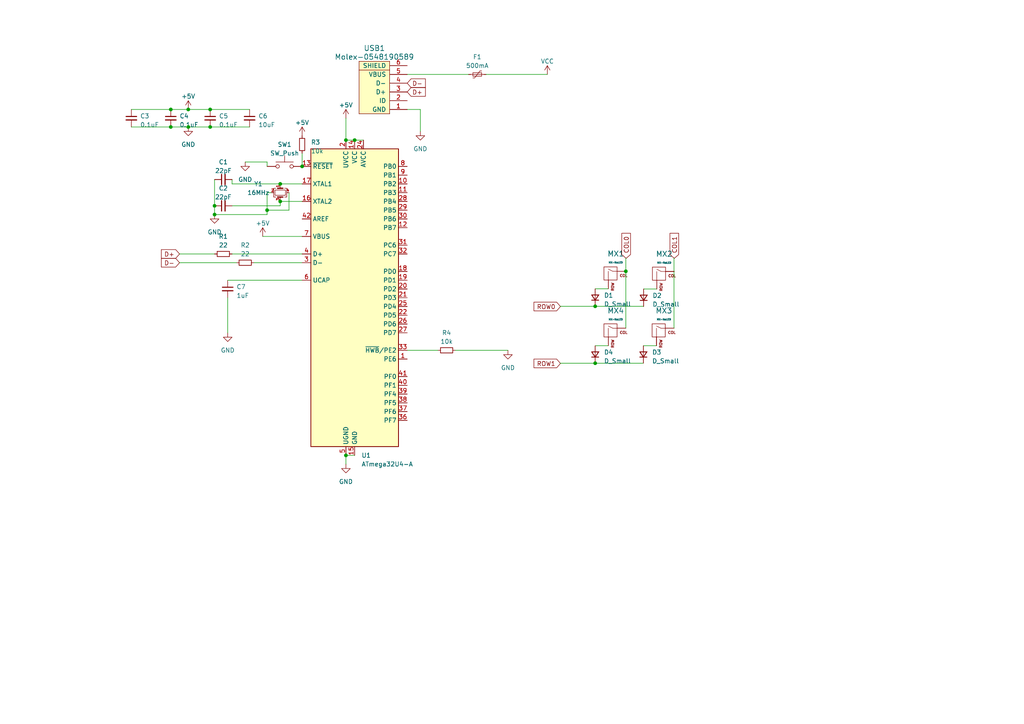
<source format=kicad_sch>
(kicad_sch (version 20230121) (generator eeschema)
  (paper "A4")
  (lib_symbols
    (symbol "Device:C_Small" (pin_numbers hide) (pin_names (offset 0.254) hide)
      (property "Reference" "C" (at 0.254 1.778 0))
      (property "Value" "C_Small" (at 0.254 -2.032 0))
      (symbol "C_Small_0_1"
        (polyline (pts (xy -1.524 -0.508) (xy 1.524 -0.508)) (stroke (width 0.3302)))
        (polyline (pts (xy -1.524 0.508) (xy 1.524 0.508)) (stroke (width 0.3048)))
      )
      (symbol "C_Small_1_1"
        (pin passive line (at 0 2.54 270) (length 2.032) (name "~") (number "1"))
        (pin passive line (at 0 -2.54 90) (length 2.032) (name "~") (number "2"))
      )
    )
    (symbol "Device:Crystal_GND24_Small" (pin_names (offset 1.016) hide)
      (property "Reference" "Y" (at 1.27 4.445 0))
      (property "Value" "Crystal_GND24_Small" (at 1.27 2.54 0))
      (symbol "Crystal_GND24_Small_0_1"
        (rectangle (start -0.762 -1.524) (end 0.762 1.524))
        (polyline (pts (xy -1.27 -0.762) (xy -1.27 0.762)) (stroke (width 0.381)))
        (polyline (pts (xy 1.27 -0.762) (xy 1.27 0.762)) (stroke (width 0.381)))
        (polyline (pts (xy -1.27 -1.27) (xy -1.27 -1.905) (xy 1.27 -1.905) (xy 1.27 -1.27)))
        (polyline (pts (xy -1.27 1.27) (xy -1.27 1.905) (xy 1.27 1.905) (xy 1.27 1.27)))
      )
      (symbol "Crystal_GND24_Small_1_1"
        (pin passive line (at -2.54 0 0) (length 1.27) (name "1") (number "1"))
        (pin passive line (at 0 -2.54 90) (length 0.635) (name "2") (number "2"))
        (pin passive line (at 2.54 0 180) (length 1.27) (name "3") (number "3"))
        (pin passive line (at 0 2.54 270) (length 0.635) (name "4") (number "4"))
      )
    )
    (symbol "Device:D_Small" (pin_numbers hide) (pin_names (offset 0.254) hide)
      (property "Reference" "D" (at -1.27 2.032 0))
      (property "Value" "D_Small" (at -3.81 -2.032 0))
      (symbol "D_Small_0_1"
        (polyline (pts (xy -0.762 -1.016) (xy -0.762 1.016)) (stroke (width 0.254)))
        (polyline (pts (xy -0.762 0) (xy 0.762 0)))
        (polyline (pts (xy 0.762 -1.016) (xy -0.762 0) (xy 0.762 1.016) (xy 0.762 -1.016)) (stroke (width 0.254)))
      )
      (symbol "D_Small_1_1"
        (pin passive line (at -2.54 0 0) (length 1.778) (name "K") (number "1"))
        (pin passive line (at 2.54 0 180) (length 1.778) (name "A") (number "2"))
      )
    )
    (symbol "Device:Polyfuse_Small" (pin_numbers hide) (pin_names (offset 0))
      (property "Reference" "F" (at -1.905 0 90))
      (property "Value" "Polyfuse_Small" (at 1.905 0 90))
      (symbol "Polyfuse_Small_0_1"
        (rectangle (start -0.508 1.27) (end 0.508 -1.27))
        (polyline (pts (xy 0 2.54) (xy 0 -2.54)))
        (polyline (pts (xy -1.016 1.27) (xy -1.016 0.762) (xy 1.016 -0.762) (xy 1.016 -1.27)))
      )
      (symbol "Polyfuse_Small_1_1"
        (pin passive line (at 0 2.54 270) (length 0.635) (name "~") (number "1"))
        (pin passive line (at 0 -2.54 90) (length 0.635) (name "~") (number "2"))
      )
    )
    (symbol "Device:R_Small" (pin_numbers hide) (pin_names (offset 0.254) hide)
      (property "Reference" "R" (at 0.762 0.508 0))
      (property "Value" "R_Small" (at 0.762 -1.016 0))
      (symbol "R_Small_0_1"
        (rectangle (start -0.762 1.778) (end 0.762 -1.778) (stroke (width 0.2032)))
      )
      (symbol "R_Small_1_1"
        (pin passive line (at 0 2.54 270) (length 0.762) (name "~") (number "1"))
        (pin passive line (at 0 -2.54 90) (length 0.762) (name "~") (number "2"))
      )
    )
    (symbol "MCU_Microchip_ATmega:ATmega32U4-A"
      (property "Reference" "U" (at -12.7 44.45 0))
      (property "Value" "ATmega32U4-A" (at 2.54 -44.45 0))
      (symbol "ATmega32U4-A_0_1"
        (rectangle (start -12.7 -43.18) (end 12.7 43.18) (stroke (width 0.254)) (fill (type background)))
      )
      (symbol "ATmega32U4-A_1_1"
        (pin bidirectional line (at 15.24 -17.78 180) (length 2.54) (name "PE6") (number "1"))
        (pin bidirectional line (at 15.24 33.02 180) (length 2.54) (name "PB2") (number "10"))
        (pin bidirectional line (at 15.24 30.48 180) (length 2.54) (name "PB3") (number "11"))
        (pin bidirectional line (at 15.24 20.32 180) (length 2.54) (name "PB7") (number "12"))
        (pin input line (at -15.24 38.1 0) (length 2.54) (name "~{RESET}") (number "13"))
        (pin power_in line (at 0 45.72 270) (length 2.54) (name "VCC") (number "14"))
        (pin power_in line (at 0 -45.72 90) (length 2.54) (name "GND") (number "15"))
        (pin output line (at -15.24 27.94 0) (length 2.54) (name "XTAL2") (number "16"))
        (pin input line (at -15.24 33.02 0) (length 2.54) (name "XTAL1") (number "17"))
        (pin bidirectional line (at 15.24 7.62 180) (length 2.54) (name "PD0") (number "18"))
        (pin bidirectional line (at 15.24 5.08 180) (length 2.54) (name "PD1") (number "19"))
        (pin power_in line (at -2.54 45.72 270) (length 2.54) (name "UVCC") (number "2"))
        (pin bidirectional line (at 15.24 2.54 180) (length 2.54) (name "PD2") (number "20"))
        (pin bidirectional line (at 15.24 0 180) (length 2.54) (name "PD3") (number "21"))
        (pin bidirectional line (at 15.24 -5.08 180) (length 2.54) (name "PD5") (number "22"))
        (pin passive line (at 0 -45.72 90) (length 2.54) hide (name "GND") (number "23"))
        (pin power_in line (at 2.54 45.72 270) (length 2.54) (name "AVCC") (number "24"))
        (pin bidirectional line (at 15.24 -2.54 180) (length 2.54) (name "PD4") (number "25"))
        (pin bidirectional line (at 15.24 -7.62 180) (length 2.54) (name "PD6") (number "26"))
        (pin bidirectional line (at 15.24 -10.16 180) (length 2.54) (name "PD7") (number "27"))
        (pin bidirectional line (at 15.24 27.94 180) (length 2.54) (name "PB4") (number "28"))
        (pin bidirectional line (at 15.24 25.4 180) (length 2.54) (name "PB5") (number "29"))
        (pin bidirectional line (at -15.24 10.16 0) (length 2.54) (name "D-") (number "3"))
        (pin bidirectional line (at 15.24 22.86 180) (length 2.54) (name "PB6") (number "30"))
        (pin bidirectional line (at 15.24 15.24 180) (length 2.54) (name "PC6") (number "31"))
        (pin bidirectional line (at 15.24 12.7 180) (length 2.54) (name "PC7") (number "32"))
        (pin bidirectional line (at 15.24 -15.24 180) (length 2.54) (name "~{HWB}/PE2") (number "33"))
        (pin passive line (at 0 45.72 270) (length 2.54) hide (name "VCC") (number "34"))
        (pin passive line (at 0 -45.72 90) (length 2.54) hide (name "GND") (number "35"))
        (pin bidirectional line (at 15.24 -35.56 180) (length 2.54) (name "PF7") (number "36"))
        (pin bidirectional line (at 15.24 -33.02 180) (length 2.54) (name "PF6") (number "37"))
        (pin bidirectional line (at 15.24 -30.48 180) (length 2.54) (name "PF5") (number "38"))
        (pin bidirectional line (at 15.24 -27.94 180) (length 2.54) (name "PF4") (number "39"))
        (pin bidirectional line (at -15.24 12.7 0) (length 2.54) (name "D+") (number "4"))
        (pin bidirectional line (at 15.24 -25.4 180) (length 2.54) (name "PF1") (number "40"))
        (pin bidirectional line (at 15.24 -22.86 180) (length 2.54) (name "PF0") (number "41"))
        (pin passive line (at -15.24 22.86 0) (length 2.54) (name "AREF") (number "42"))
        (pin passive line (at 0 -45.72 90) (length 2.54) hide (name "GND") (number "43"))
        (pin passive line (at 2.54 45.72 270) (length 2.54) hide (name "AVCC") (number "44"))
        (pin passive line (at -2.54 -45.72 90) (length 2.54) (name "UGND") (number "5"))
        (pin passive line (at -15.24 5.08 0) (length 2.54) (name "UCAP") (number "6"))
        (pin input line (at -15.24 17.78 0) (length 2.54) (name "VBUS") (number "7"))
        (pin bidirectional line (at 15.24 38.1 180) (length 2.54) (name "PB0") (number "8"))
        (pin bidirectional line (at 15.24 35.56 180) (length 2.54) (name "PB1") (number "9"))
      )
    )
    (symbol "MX_Alps_Hybrid:MX-NoLED" (pin_names (offset 1.016))
      (property "Reference" "MX" (at -0.635 3.81 0))
      (property "Value" "MX-NoLED" (at -0.635 1.27 0))
      (symbol "MX-NoLED_0_0"
        (rectangle (start -2.54 2.54) (end 1.27 -1.27))
        (polyline (pts (xy -1.27 -1.27) (xy -1.27 1.27)) (stroke (width 0.127)))
        (polyline (pts (xy 1.27 1.27) (xy 0 1.27) (xy -1.27 1.905)) (stroke (width 0.127)))
        (text "COL" (at 3.175 0 0) (effects (font (size 0.762 0.762))))
        (text "ROW" (at 0 -1.905 900) (effects (font (size 0.762 0.762)) (justify right)))
      )
      (symbol "MX-NoLED_1_1"
        (pin passive line (at 3.81 1.27 180) (length 2.54) (name "COL") (number "1"))
        (pin passive line (at -1.27 -3.81 90) (length 2.54) (name "ROW") (number "2"))
      )
    )
    (symbol "Switch:SW_Push" (pin_numbers hide) (pin_names (offset 1.016) hide)
      (property "Reference" "SW" (at 1.27 2.54 0))
      (property "Value" "SW_Push" (at 0 -1.524 0))
      (symbol "SW_Push_0_1"
        (circle (center -2.032 0) (radius 0.508))
        (polyline (pts (xy 0 1.27) (xy 0 3.048)))
        (polyline (pts (xy 2.54 1.27) (xy -2.54 1.27)))
        (circle (center 2.032 0) (radius 0.508))
        (pin passive line (at -5.08 0 0) (length 2.54) (name "1") (number "1"))
        (pin passive line (at 5.08 0 180) (length 2.54) (name "2") (number "2"))
      )
    )
    (symbol "power:+5V" (power) (pin_names (offset 0))
      (property "Value" "+5V" (at 0 3.556 0))
      (symbol "+5V_0_1"
        (polyline (pts (xy -0.762 1.27) (xy 0 2.54)))
        (polyline (pts (xy 0 0) (xy 0 2.54)))
        (polyline (pts (xy 0 2.54) (xy 0.762 1.27)))
      )
      (symbol "+5V_1_1"
        (pin power_in line (at 0 0 90) (length 0) hide (name "+5V") (number "1"))
      )
    )
    (symbol "power:GND" (power) (pin_names (offset 0))
      (property "Value" "GND" (at 0 -3.81 0))
      (symbol "GND_0_1"
        (polyline (pts (xy 0 0) (xy 0 -1.27) (xy 1.27 -1.27) (xy 0 -2.54) (xy -1.27 -1.27) (xy 0 -1.27)))
      )
      (symbol "GND_1_1"
        (pin power_in line (at 0 0 270) (length 0) hide (name "GND") (number "1"))
      )
    )
    (symbol "power:VCC" (power) (pin_names (offset 0))
      (property "Value" "VCC" (at 0 3.81 0))
      (symbol "VCC_0_1"
        (polyline (pts (xy -0.762 1.27) (xy 0 2.54)))
        (polyline (pts (xy 0 0) (xy 0 2.54)))
        (polyline (pts (xy 0 2.54) (xy 0.762 1.27)))
      )
      (symbol "VCC_1_1"
        (pin power_in line (at 0 0 90) (length 0) hide (name "VCC") (number "1"))
      )
    )
    (symbol "random-keyboard-parts:Molex-0548190589" (pin_names (offset 1.016))
      (property "Reference" "USB" (at 0 7.62 0))
      (property "Value" "Molex-0548190589" (at 0 10.16 0))
      (symbol "Molex-0548190589_0_0"
        (polyline (pts (xy 6.35 -2.54) (xy 6.35 6.35)))
        (rectangle (start 8.89 -2.54) (end -6.35 6.35) (fill (type background)))
      )
      (symbol "Molex-0548190589_1_1"
        (pin input line (at -5.08 -7.62 90) (length 5.08) (name "GND") (number "1"))
        (pin input line (at -2.54 -7.62 90) (length 5.08) (name "ID") (number "2"))
        (pin input line (at 0 -7.62 90) (length 5.08) (name "D+") (number "3"))
        (pin input line (at 2.54 -7.62 90) (length 5.08) (name "D-") (number "4"))
        (pin input line (at 5.08 -7.62 90) (length 5.08) (name "VBUS") (number "5"))
        (pin input line (at 7.62 -7.62 90) (length 5.08) (name "SHIELD") (number "6"))
      )
    )
  )
  (junction (at 77.47 60.96))
  (junction (at 62.23 62.23))
  (junction (at 54.61 36.83))
  (junction (at 54.61 31.75))
  (junction (at 49.53 31.75))
  (junction (at 102.87 40.64))
  (junction (at 87.63 48.26))
  (junction (at 172.6267 88.8423))
  (junction (at 62.23 59.69))
  (junction (at 181.5167 78.6823))
  (junction (at 100.33 132.08))
  (junction (at 81.28 58.42))
  (junction (at 81.28 53.34))
  (junction (at 172.6267 105.3523))
  (junction (at 100.33 40.64))
  (junction (at 49.53 36.83))
  (junction (at 60.96 31.75))
  (junction (at 60.96 36.83))
  (wire (pts (xy 118.11 101.6) (xy 127 101.6)))
  (wire (pts (xy 172.6267 83.7623) (xy 176.4367 83.7623)))
  (wire (pts (xy 162.4667 88.8423) (xy 172.6267 88.8423)))
  (wire (pts (xy 52.07 76.2) (xy 68.58 76.2)))
  (wire (pts (xy 132.08 101.6) (xy 147.32 101.6)))
  (wire (pts (xy 81.28 53.34) (xy 67.31 53.34)))
  (wire (pts (xy 77.47 55.88) (xy 78.74 55.88)))
  (wire (pts (xy 60.96 36.83) (xy 72.39 36.83)))
  (wire (pts (xy 172.6267 105.3523) (xy 186.5967 105.3523)))
  (wire (pts (xy 77.47 60.96) (xy 83.82 60.96)))
  (wire (pts (xy 66.04 86.36) (xy 66.04 96.52)))
  (wire (pts (xy 67.31 59.69) (xy 81.28 59.69)))
  (wire (pts (xy 87.63 44.45) (xy 87.63 48.26)))
  (wire (pts (xy 60.96 31.75) (xy 72.39 31.75)))
  (wire (pts (xy 162.4667 105.3523) (xy 172.6267 105.3523)))
  (wire (pts (xy 118.11 31.75) (xy 121.92 31.75)))
  (wire (pts (xy 38.1 31.75) (xy 49.53 31.75)))
  (wire (pts (xy 172.6267 100.2723) (xy 176.4367 100.2723)))
  (wire (pts (xy 49.53 36.83) (xy 54.61 36.83)))
  (wire (pts (xy 76.2 68.58) (xy 87.63 68.58)))
  (wire (pts (xy 81.28 59.69) (xy 81.28 58.42)))
  (wire (pts (xy 118.11 21.59) (xy 135.89 21.59)))
  (wire (pts (xy 140.97 21.59) (xy 158.75 21.59)))
  (wire (pts (xy 81.28 58.42) (xy 87.63 58.42)))
  (wire (pts (xy 181.5167 78.6823) (xy 181.5167 95.1923)))
  (wire (pts (xy 83.82 60.96) (xy 83.82 55.88)))
  (wire (pts (xy 77.47 55.88) (xy 77.47 60.96)))
  (wire (pts (xy 186.69 83.82) (xy 190.5 83.82)))
  (wire (pts (xy 102.87 40.64) (xy 105.41 40.64)))
  (wire (pts (xy 181.5167 74.8723) (xy 181.5167 78.6823)))
  (wire (pts (xy 52.07 73.66) (xy 62.23 73.66)))
  (wire (pts (xy 62.23 52.07) (xy 62.23 59.69)))
  (wire (pts (xy 49.53 31.75) (xy 54.61 31.75)))
  (wire (pts (xy 77.47 46.99) (xy 71.12 46.99)))
  (wire (pts (xy 195.4867 74.8723) (xy 195.4867 95.1923)))
  (wire (pts (xy 186.5967 100.2723) (xy 190.4067 100.2723)))
  (wire (pts (xy 77.47 48.26) (xy 77.47 46.99)))
  (wire (pts (xy 67.31 73.66) (xy 87.63 73.66)))
  (wire (pts (xy 54.61 31.75) (xy 60.96 31.75)))
  (wire (pts (xy 66.04 81.28) (xy 87.63 81.28)))
  (wire (pts (xy 100.33 34.29) (xy 100.33 40.64)))
  (wire (pts (xy 100.33 132.08) (xy 100.33 134.62)))
  (wire (pts (xy 102.87 132.08) (xy 100.33 132.08)))
  (wire (pts (xy 54.61 36.83) (xy 60.96 36.83)))
  (wire (pts (xy 38.1 36.83) (xy 49.53 36.83)))
  (wire (pts (xy 172.6267 88.8423) (xy 186.5967 88.8423)))
  (wire (pts (xy 81.28 53.34) (xy 87.63 53.34)))
  (wire (pts (xy 62.23 59.69) (xy 62.23 62.23)))
  (wire (pts (xy 121.92 31.75) (xy 121.92 38.1)))
  (wire (pts (xy 77.47 60.96) (xy 77.47 62.23)))
  (wire (pts (xy 73.66 76.2) (xy 87.63 76.2)))
  (wire (pts (xy 67.31 53.34) (xy 67.31 52.07)))
  (wire (pts (xy 62.23 62.23) (xy 77.47 62.23)))
  (wire (pts (xy 100.33 40.64) (xy 102.87 40.64)))
  (global_label "D+" (shape input) (at 118.11 26.67 0) (property "Intersheetrefs" "${INTERSHEET_REFS}" (effects hide)))
  (global_label "D+" (shape input) (at 52.07 73.66 180) (property "Intersheetrefs" "${INTERSHEET_REFS}" (effects hide)))
  (global_label "ROW0" (shape input) (at 162.56 88.9 180) (property "Intersheetrefs" "${INTERSHEET_REFS}" (effects hide)))
  (global_label "ROW1" (shape input) (at 162.56 105.41 180) (property "Intersheetrefs" "${INTERSHEET_REFS}" (effects hide)))
  (global_label "D-" (shape input) (at 118.11 24.13 0) (property "Intersheetrefs" "${INTERSHEET_REFS}" (effects hide)))
  (global_label "COL1" (shape input) (at 195.58 74.93 90) (property "Intersheetrefs" "${INTERSHEET_REFS}" (effects hide)))
  (global_label "D-" (shape input) (at 52.07 76.2 180) (property "Intersheetrefs" "${INTERSHEET_REFS}" (effects hide)))
  (global_label "COL0" (shape input) (at 181.61 74.93 90) (property "Intersheetrefs" "${INTERSHEET_REFS}" (effects hide)))
  (symbol (lib_id "Device:R_Small") (at 64.77 73.66 90) (unit 1)
    (property "Reference" "R1" (at 64.77 68.58 90))
    (property "Value" "22" (at 64.77 71.12 90))
    (property "Footprint" "Resistor_SMD:R_0805_2012Metric" (effects hide))
  )
  (symbol (lib_id "power:+5V") (at 54.61 31.75 0) (unit 1)
    (property "Reference" "#PWR05" (effects hide))
    (property "Value" "+5V" (at 54.61 27.94 0))
  )
  (symbol (lib_id "Device:C_Small") (at 72.39 34.29 0) (unit 1)
    (property "Reference" "C6" (at 74.93 33.6613 0) (effects (justify left)))
    (property "Value" "10uF" (at 74.93 36.2013 0) (effects (justify left)))
    (property "Footprint" "Capacitor_SMD:C_0805_2012Metric" (effects hide))
  )
  (symbol (lib_id "Device:C_Small") (at 60.96 34.29 0) (unit 1)
    (property "Reference" "C5" (at 63.5 33.6613 0) (effects (justify left)))
    (property "Value" "0.1uF" (at 63.5 36.2013 0) (effects (justify left)))
    (property "Footprint" "Capacitor_SMD:C_0805_2012Metric" (effects hide))
  )
  (symbol (lib_id "MX_Alps_Hybrid:MX-NoLED") (at 191.6767 96.4623 0) (unit 1)
    (property "Reference" "MX3" (at 192.5599 90.1123 0) (effects (font (size 1.524 1.524))))
    (property "Value" "MX-NoLED" (at 192.5599 92.6523 0) (effects (font (size 0.508 0.508))))
  )
  (symbol (lib_id "Device:C_Small") (at 64.77 59.69 90) (unit 1)
    (property "Reference" "C2" (at 64.7763 54.61 90))
    (property "Value" "22pF" (at 64.7763 57.15 90))
    (property "Footprint" "Capacitor_SMD:C_0805_2012Metric" (effects hide))
  )
  (symbol (lib_id "power:GND") (at 71.12 46.99 0) (unit 1)
    (property "Reference" "#PWR09" (effects hide))
    (property "Value" "GND" (at 71.12 52.07 0))
  )
  (symbol (lib_id "Device:D_Small") (at 186.69 86.36 90) (unit 1)
    (property "Reference" "D2" (at 189.23 85.725 90) (effects (justify right)))
    (property "Value" "D_Small" (at 189.23 88.265 90) (effects (justify right)))
    (property "Footprint" "Diode_SMD:D_SOD-123" (effects hide))
    (property "Sim.Device" "D" (effects hide))
    (property "Sim.Pins" "1=K 2=A" (effects hide))
  )
  (symbol (lib_id "Device:R_Small") (at 129.54 101.6 90) (unit 1)
    (property "Reference" "R4" (at 129.54 96.52 90))
    (property "Value" "10k" (at 129.54 99.06 90))
    (property "Footprint" "Resistor_SMD:R_0805_2012Metric" (effects hide))
  )
  (symbol (lib_id "Device:C_Small") (at 66.04 83.82 0) (unit 1)
    (property "Reference" "C7" (at 68.58 83.1913 0) (effects (justify left)))
    (property "Value" "1uF" (at 68.58 85.7313 0) (effects (justify left)))
    (property "Footprint" "Capacitor_SMD:C_0805_2012Metric" (effects hide))
  )
  (symbol (lib_id "power:GND") (at 147.32 101.6 0) (unit 1)
    (property "Reference" "#PWR03" (effects hide))
    (property "Value" "GND" (at 147.32 106.68 0))
  )
  (symbol (lib_id "Switch:SW_Push") (at 82.55 48.26 0) (unit 1)
    (property "Reference" "SW1" (at 82.55 41.91 0))
    (property "Value" "SW_Push" (at 82.55 44.45 0))
  )
  (symbol (lib_id "power:+5V") (at 87.63 39.37 0) (unit 1)
    (property "Reference" "#PWR010" (effects hide))
    (property "Value" "+5V" (at 87.63 35.56 0))
  )
  (symbol (lib_id "MX_Alps_Hybrid:MX-NoLED") (at 191.77 80.01 0) (unit 1)
    (property "Reference" "MX2" (at 192.6532 73.66 0) (effects (font (size 1.524 1.524))))
    (property "Value" "MX-NoLED" (at 192.6532 76.2 0) (effects (font (size 0.508 0.508))))
  )
  (symbol (lib_id "power:GND") (at 66.04 96.52 0) (unit 1)
    (property "Reference" "#PWR04" (effects hide))
    (property "Value" "GND" (at 66.04 101.6 0))
  )
  (symbol (lib_id "Device:R_Small") (at 87.63 41.91 180) (unit 1)
    (property "Reference" "R3" (at 90.17 41.275 0) (effects (justify right)))
    (property "Value" "10k" (at 90.17 43.815 0) (effects (justify right)))
    (property "Footprint" "Resistor_SMD:R_0805_2012Metric" (effects hide))
  )
  (symbol (lib_id "random-keyboard-parts:Molex-0548190589") (at 110.49 26.67 90) (unit 1)
    (property "Reference" "USB1" (at 108.585 13.97 90) (effects (font (size 1.524 1.524))))
    (property "Value" "Molex-0548190589" (at 108.585 16.51 90) (effects (font (size 1.524 1.524))))
  )
  (symbol (lib_id "Device:D_Small") (at 186.5967 102.8123 90) (unit 1)
    (property "Reference" "D3" (at 189.1367 102.1773 90) (effects (justify right)))
    (property "Value" "D_Small" (at 189.1367 104.7173 90) (effects (justify right)))
    (property "Footprint" "Diode_SMD:D_SOD-123" (effects hide))
    (property "Sim.Device" "D" (effects hide))
    (property "Sim.Pins" "1=K 2=A" (effects hide))
  )
  (symbol (lib_id "Device:D_Small") (at 172.6267 86.3023 90) (unit 1)
    (property "Reference" "D1" (at 175.1667 85.6673 90) (effects (justify right)))
    (property "Value" "D_Small" (at 175.1667 88.2073 90) (effects (justify right)))
    (property "Footprint" "Diode_SMD:D_SOD-123" (effects hide))
    (property "Sim.Device" "D" (effects hide))
    (property "Sim.Pins" "1=K 2=A" (effects hide))
  )
  (symbol (lib_id "power:+5V") (at 76.2 68.58 0) (unit 1)
    (property "Reference" "#PWR07" (effects hide))
    (property "Value" "+5V" (at 76.2 64.77 0))
  )
  (symbol (lib_id "power:GND") (at 54.61 36.83 0) (unit 1)
    (property "Reference" "#PWR06" (effects hide))
    (property "Value" "GND" (at 54.61 41.91 0))
  )
  (symbol (lib_id "Device:Polyfuse_Small") (at 138.43 21.59 90) (unit 1)
    (property "Reference" "F1" (at 138.43 16.51 90))
    (property "Value" "500mA" (at 138.43 19.05 90))
    (property "Footprint" "Fuse:Fuse_1206_3216Metric" (effects hide))
  )
  (symbol (lib_id "power:VCC") (at 158.75 21.59 0) (unit 1)
    (property "Reference" "#PWR011" (effects hide))
    (property "Value" "VCC" (at 158.75 17.78 0))
  )
  (symbol (lib_id "MX_Alps_Hybrid:MX-NoLED") (at 177.7067 79.9523 0) (unit 1)
    (property "Reference" "MX1" (at 178.5899 73.6023 0) (effects (font (size 1.524 1.524))))
    (property "Value" "MX-NoLED" (at 178.5899 76.1423 0) (effects (font (size 0.508 0.508))))
  )
  (symbol (lib_id "power:GND") (at 62.23 62.23 0) (unit 1)
    (property "Reference" "#PWR08" (effects hide))
    (property "Value" "GND" (at 62.23 67.31 0))
  )
  (symbol (lib_id "Device:R_Small") (at 71.12 76.2 90) (unit 1)
    (property "Reference" "R2" (at 71.12 71.12 90))
    (property "Value" "22" (at 71.12 73.66 90))
    (property "Footprint" "Resistor_SMD:R_0805_2012Metric" (effects hide))
  )
  (symbol (lib_id "power:+5V") (at 100.33 34.29 0) (unit 1)
    (property "Reference" "#PWR01" (effects hide))
    (property "Value" "+5V" (at 100.33 30.48 0))
  )
  (symbol (lib_id "power:GND") (at 100.33 134.62 0) (unit 1)
    (property "Reference" "#PWR02" (effects hide))
    (property "Value" "GND" (at 100.33 139.7 0))
  )
  (symbol (lib_id "MCU_Microchip_ATmega:ATmega32U4-A") (at 102.87 86.36 0) (unit 1)
    (property "Reference" "U1" (at 104.8259 132.08 0) (effects (justify left)))
    (property "Value" "ATmega32U4-A" (at 104.8259 134.62 0) (effects (justify left)))
    (property "Footprint" "Package_QFP:TQFP-44_10x10mm_P0.8mm" (effects hide))
    (property "Datasheet" "http://ww1.microchip.com/downloads/en/DeviceDoc/Atmel-7766-8-bit-AVR-ATmega16U4-32U4_Datasheet.pdf" (effects hide))
  )
  (symbol (lib_id "Device:C_Small") (at 38.1 34.29 0) (unit 1)
    (property "Reference" "C3" (at 40.64 33.6613 0) (effects (justify left)))
    (property "Value" "0.1uF" (at 40.64 36.2013 0) (effects (justify left)))
    (property "Footprint" "Capacitor_SMD:C_0805_2012Metric" (effects hide))
  )
  (symbol (lib_id "Device:Crystal_GND24_Small") (at 81.28 55.88 270) (unit 1)
    (property "Reference" "Y1" (at 74.93 53.34 90))
    (property "Value" "16MHz" (at 74.93 55.88 90))
  )
  (symbol (lib_id "power:GND") (at 121.92 38.1 0) (unit 1)
    (property "Reference" "#PWR012" (effects hide))
    (property "Value" "GND" (at 121.92 43.18 0))
  )
  (symbol (lib_id "Device:D_Small") (at 172.6267 102.8123 90) (unit 1)
    (property "Reference" "D4" (at 175.1667 102.1773 90) (effects (justify right)))
    (property "Value" "D_Small" (at 175.1667 104.7173 90) (effects (justify right)))
    (property "Footprint" "Diode_SMD:D_SOD-123" (effects hide))
    (property "Sim.Device" "D" (effects hide))
    (property "Sim.Pins" "1=K 2=A" (effects hide))
  )
  (symbol (lib_id "MX_Alps_Hybrid:MX-NoLED") (at 177.7067 96.4623 0) (unit 1)
    (property "Reference" "MX4" (at 178.5899 90.1123 0) (effects (font (size 1.524 1.524))))
    (property "Value" "MX-NoLED" (at 178.5899 92.6523 0) (effects (font (size 0.508 0.508))))
  )
  (symbol (lib_id "Device:C_Small") (at 49.53 34.29 0) (unit 1)
    (property "Reference" "C4" (at 52.07 33.6613 0) (effects (justify left)))
    (property "Value" "0.1uF" (at 52.07 36.2013 0) (effects (justify left)))
    (property "Footprint" "Capacitor_SMD:C_0805_2012Metric" (effects hide))
  )
  (symbol (lib_id "Device:C_Small") (at 64.77 52.07 90) (unit 1)
    (property "Reference" "C1" (at 64.7763 46.99 90))
    (property "Value" "22pF" (at 64.7763 49.53 90))
    (property "Footprint" "Capacitor_SMD:C_0805_2012Metric" (effects hide))
  )
)
</source>
